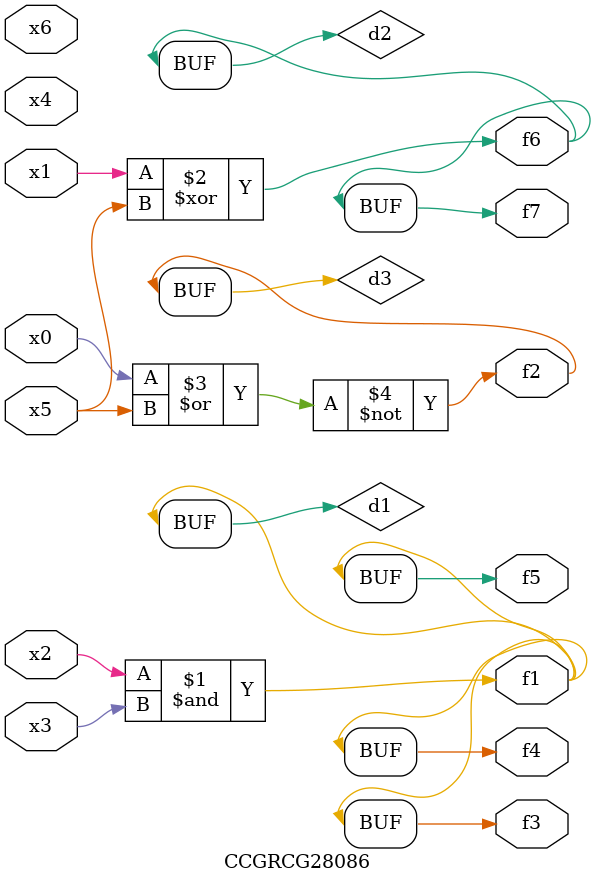
<source format=v>
module CCGRCG28086(
	input x0, x1, x2, x3, x4, x5, x6,
	output f1, f2, f3, f4, f5, f6, f7
);

	wire d1, d2, d3;

	and (d1, x2, x3);
	xor (d2, x1, x5);
	nor (d3, x0, x5);
	assign f1 = d1;
	assign f2 = d3;
	assign f3 = d1;
	assign f4 = d1;
	assign f5 = d1;
	assign f6 = d2;
	assign f7 = d2;
endmodule

</source>
